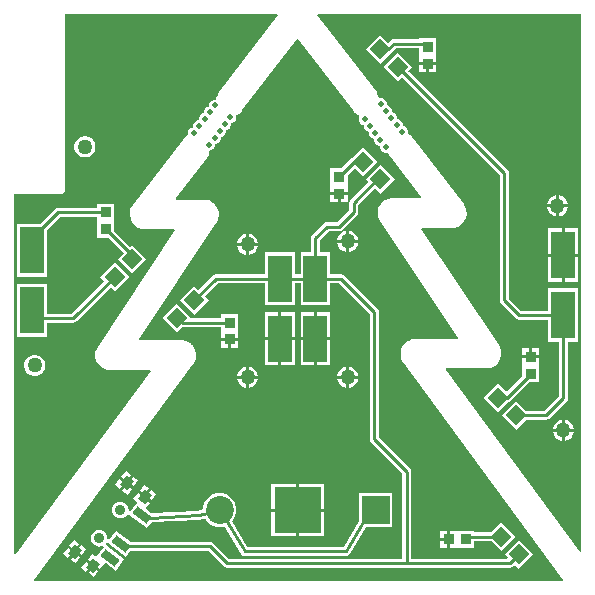
<source format=gtl>
G04*
G04 #@! TF.GenerationSoftware,Altium Limited,Altium Designer,23.1.1 (15)*
G04*
G04 Layer_Physical_Order=1*
G04 Layer_Color=255*
%FSLAX23Y23*%
%MOIN*%
G70*
G04*
G04 #@! TF.SameCoordinates,7DB063E5-64DA-4751-B351-23BD0CB7D004*
G04*
G04*
G04 #@! TF.FilePolarity,Positive*
G04*
G01*
G75*
%ADD11C,0.000*%
%ADD13R,0.156X0.156*%
G04:AMPARAMS|DCode=14|XSize=28mil|YSize=59mil|CornerRadius=0mil|HoleSize=0mil|Usage=FLASHONLY|Rotation=233.000|XOffset=0mil|YOffset=0mil|HoleType=Round|Shape=Rectangle|*
%AMROTATEDRECTD14*
4,1,4,-0.015,0.029,0.032,-0.007,0.015,-0.029,-0.032,0.007,-0.015,0.029,0.0*
%
%ADD14ROTATEDRECTD14*%

G04:AMPARAMS|DCode=15|XSize=39mil|YSize=31mil|CornerRadius=0mil|HoleSize=0mil|Usage=FLASHONLY|Rotation=233.000|XOffset=0mil|YOffset=0mil|HoleType=Round|Shape=Rectangle|*
%AMROTATEDRECTD15*
4,1,4,-0.001,0.025,0.024,0.006,0.001,-0.025,-0.024,-0.006,-0.001,0.025,0.0*
%
%ADD15ROTATEDRECTD15*%

%ADD16R,0.038X0.037*%
%ADD17R,0.079X0.157*%
%ADD18P,0.067X4X360.0*%
%ADD19P,0.067X4X90.0*%
%ADD20R,0.037X0.038*%
%ADD25C,0.035*%
%ADD28C,0.010*%
%ADD29C,0.093*%
%ADD30R,0.093X0.093*%
%ADD31C,0.020*%
%ADD32C,0.050*%
G36*
X1890Y99D02*
X1885Y97D01*
X1438Y703D01*
X1441Y708D01*
X1579D01*
X1580Y708D01*
X1582Y708D01*
X1592Y711D01*
X1593Y711D01*
X1594Y712D01*
X1604Y717D01*
X1605Y718D01*
X1606Y719D01*
X1613Y727D01*
X1614Y728D01*
X1615Y729D01*
X1620Y738D01*
X1620Y740D01*
X1621Y741D01*
X1623Y751D01*
X1623Y753D01*
X1623Y754D01*
X1623Y765D01*
X1623Y766D01*
X1622Y768D01*
X1619Y778D01*
X1618Y779D01*
X1618Y780D01*
X1615Y785D01*
X1357Y1172D01*
X1359Y1176D01*
X1464D01*
X1465Y1176D01*
X1466Y1176D01*
X1477Y1179D01*
X1478Y1180D01*
X1480Y1181D01*
X1489Y1186D01*
X1490Y1187D01*
X1491Y1188D01*
X1499Y1196D01*
X1499Y1197D01*
X1500Y1199D01*
X1505Y1208D01*
X1505Y1210D01*
X1506Y1211D01*
X1508Y1222D01*
X1508Y1223D01*
X1508Y1225D01*
X1507Y1236D01*
X1507Y1237D01*
X1506Y1238D01*
X1502Y1249D01*
X1502Y1250D01*
X1501Y1251D01*
X1498Y1256D01*
X1498Y1256D01*
X1331Y1475D01*
X1331Y1475D01*
X1327Y1480D01*
X1326Y1481D01*
X1325Y1482D01*
X1314Y1489D01*
X1313Y1490D01*
X1314Y1491D01*
Y1499D01*
X1311Y1506D01*
X1305Y1512D01*
X1298Y1515D01*
X1296D01*
X1296Y1515D01*
Y1523D01*
X1293Y1530D01*
X1287Y1536D01*
X1280Y1539D01*
X1277D01*
Y1546D01*
X1274Y1553D01*
X1268Y1559D01*
X1261Y1562D01*
X1260D01*
Y1569D01*
X1257Y1576D01*
X1251Y1582D01*
X1244Y1585D01*
X1243D01*
Y1592D01*
X1240Y1599D01*
X1234Y1605D01*
X1227Y1608D01*
X1219D01*
X1216Y1612D01*
X1214Y1617D01*
X1214Y1617D01*
X1214Y1618D01*
X1211Y1624D01*
X1210Y1624D01*
X1210Y1625D01*
X1208Y1628D01*
X1208Y1628D01*
X1011Y1885D01*
X1013Y1890D01*
X1053D01*
X1890Y1890D01*
Y99D01*
D02*
G37*
G36*
X879Y1885D02*
X682Y1628D01*
X679Y1624D01*
X678Y1622D01*
X678Y1621D01*
X674Y1612D01*
X673Y1610D01*
X673Y1609D01*
X672Y1604D01*
X665D01*
X658Y1601D01*
X652Y1596D01*
X649Y1589D01*
Y1581D01*
X648D01*
X641Y1578D01*
X635Y1573D01*
X632Y1566D01*
Y1558D01*
X631D01*
X624Y1555D01*
X618Y1550D01*
X615Y1543D01*
Y1535D01*
X612D01*
X605Y1532D01*
X599Y1527D01*
X596Y1520D01*
Y1512D01*
X596Y1511D01*
X594D01*
X587Y1508D01*
X581Y1503D01*
X578Y1496D01*
Y1488D01*
X579Y1485D01*
X579Y1485D01*
X569Y1478D01*
X568Y1477D01*
X567Y1476D01*
X563Y1471D01*
X563Y1471D01*
X396Y1252D01*
X393Y1247D01*
X392Y1246D01*
X391Y1245D01*
X387Y1235D01*
X387Y1233D01*
X387Y1232D01*
X386Y1221D01*
X386Y1219D01*
X386Y1218D01*
X388Y1207D01*
X388Y1206D01*
X389Y1205D01*
X394Y1195D01*
X394Y1194D01*
X395Y1192D01*
X403Y1184D01*
X404Y1183D01*
X405Y1182D01*
X414Y1177D01*
X415Y1176D01*
X417Y1175D01*
X427Y1172D01*
X429Y1172D01*
X430Y1172D01*
X534D01*
X537Y1168D01*
X279Y781D01*
X276Y776D01*
X275Y775D01*
X275Y774D01*
X271Y764D01*
X271Y762D01*
X271Y761D01*
X270Y750D01*
X271Y749D01*
X271Y747D01*
X273Y737D01*
X273Y736D01*
X274Y734D01*
X279Y725D01*
X280Y724D01*
X281Y723D01*
X288Y715D01*
X289Y714D01*
X290Y713D01*
X299Y708D01*
X301Y707D01*
X302Y707D01*
X312Y704D01*
X313Y704D01*
X315Y704D01*
X453D01*
X455Y699D01*
X5Y88D01*
X0Y89D01*
Y1289D01*
X157D01*
X161Y1290D01*
X165Y1292D01*
X167Y1295D01*
X168Y1299D01*
Y1890D01*
X877D01*
X879Y1885D01*
D02*
G37*
G36*
X1129Y1568D02*
X1133Y1563D01*
X1134Y1562D01*
X1135Y1560D01*
X1145Y1553D01*
X1147Y1553D01*
X1148Y1552D01*
X1149Y1552D01*
X1151Y1546D01*
X1149Y1542D01*
Y1534D01*
X1152Y1527D01*
X1158Y1521D01*
X1165Y1518D01*
X1167D01*
Y1511D01*
X1170Y1504D01*
X1176Y1498D01*
X1183Y1495D01*
X1184D01*
Y1488D01*
X1187Y1481D01*
X1193Y1475D01*
X1200Y1472D01*
X1201D01*
Y1465D01*
X1204Y1458D01*
X1210Y1452D01*
X1217Y1449D01*
X1220D01*
Y1443D01*
X1223Y1436D01*
X1229Y1430D01*
X1236Y1427D01*
X1244D01*
X1246Y1425D01*
X1249Y1419D01*
X1249Y1418D01*
X1250Y1418D01*
X1252Y1415D01*
X1355Y1280D01*
X1353Y1275D01*
X1257D01*
X1256Y1275D01*
X1255D01*
X1248Y1273D01*
X1247Y1273D01*
X1246Y1273D01*
X1239Y1270D01*
X1238Y1269D01*
X1237Y1269D01*
X1231Y1265D01*
X1230Y1264D01*
X1229Y1263D01*
X1223Y1258D01*
X1223Y1257D01*
X1222Y1256D01*
X1218Y1250D01*
X1218Y1249D01*
X1217Y1248D01*
X1214Y1241D01*
X1214Y1240D01*
X1213Y1239D01*
X1212Y1231D01*
Y1230D01*
X1212Y1229D01*
Y1223D01*
X1212Y1222D01*
X1212Y1221D01*
X1213Y1215D01*
X1213Y1215D01*
X1213Y1214D01*
X1215Y1208D01*
X1215Y1208D01*
X1215Y1207D01*
X1218Y1202D01*
X1218Y1201D01*
X1218Y1200D01*
X1220Y1198D01*
X1220Y1198D01*
X1478Y811D01*
X1476Y807D01*
X1333D01*
X1332Y806D01*
X1331D01*
X1324Y805D01*
X1323Y805D01*
X1322Y804D01*
X1315Y801D01*
X1314Y801D01*
X1313Y800D01*
X1306Y796D01*
X1306Y795D01*
X1305Y795D01*
X1299Y789D01*
X1299Y789D01*
X1298Y788D01*
X1294Y781D01*
X1293Y780D01*
X1293Y780D01*
X1290Y772D01*
X1290Y772D01*
X1289Y771D01*
X1288Y763D01*
Y762D01*
X1288Y761D01*
Y754D01*
X1288Y753D01*
X1288Y752D01*
X1289Y746D01*
X1289Y745D01*
X1289Y745D01*
X1291Y739D01*
X1291Y738D01*
X1292Y737D01*
X1294Y732D01*
X1295Y731D01*
X1295Y730D01*
X1297Y728D01*
X1830Y4D01*
X1828Y0D01*
X69D01*
X67Y4D01*
X597Y724D01*
X598Y726D01*
X599Y727D01*
X599Y728D01*
X602Y733D01*
X602Y734D01*
X603Y735D01*
X605Y741D01*
X605Y741D01*
X605Y742D01*
X606Y748D01*
X606Y749D01*
X606Y750D01*
Y757D01*
X606Y758D01*
Y759D01*
X604Y767D01*
X604Y768D01*
X604Y769D01*
X601Y776D01*
X600Y777D01*
X600Y777D01*
X596Y784D01*
X595Y785D01*
X594Y785D01*
X589Y791D01*
X588Y792D01*
X587Y792D01*
X581Y797D01*
X580Y797D01*
X579Y797D01*
X572Y800D01*
X571Y801D01*
X570Y801D01*
X562Y803D01*
X561D01*
X560Y803D01*
X418D01*
X416Y807D01*
X674Y1194D01*
X674Y1194D01*
X675Y1197D01*
X676Y1197D01*
X676Y1198D01*
X679Y1203D01*
X679Y1204D01*
X679Y1204D01*
X681Y1210D01*
X681Y1211D01*
X681Y1212D01*
X682Y1217D01*
X682Y1218D01*
X682Y1219D01*
Y1226D01*
X682Y1226D01*
Y1228D01*
X680Y1235D01*
X680Y1236D01*
X680Y1237D01*
X677Y1244D01*
X676Y1245D01*
X676Y1246D01*
X671Y1252D01*
X671Y1253D01*
X670Y1254D01*
X665Y1259D01*
X664Y1260D01*
X663Y1261D01*
X657Y1265D01*
X656Y1265D01*
X655Y1266D01*
X648Y1269D01*
X647Y1269D01*
X646Y1270D01*
X638Y1271D01*
X637D01*
X636Y1271D01*
X541D01*
X539Y1276D01*
X642Y1411D01*
X644Y1414D01*
X644Y1414D01*
X645Y1415D01*
X648Y1421D01*
X648Y1422D01*
X648Y1422D01*
X651Y1428D01*
X651Y1429D01*
X651Y1430D01*
X652Y1435D01*
X654D01*
X662Y1438D01*
X667Y1443D01*
X670Y1450D01*
Y1457D01*
X673D01*
X681Y1460D01*
X686Y1465D01*
X689Y1472D01*
Y1480D01*
X690D01*
X698Y1483D01*
X703Y1488D01*
X706Y1495D01*
Y1503D01*
X707D01*
X715Y1506D01*
X720Y1511D01*
X723Y1518D01*
Y1526D01*
X725D01*
X733Y1529D01*
X738Y1534D01*
X741Y1541D01*
Y1549D01*
X740Y1552D01*
X745Y1554D01*
X746Y1555D01*
X748Y1555D01*
X756Y1562D01*
X757Y1563D01*
X758Y1563D01*
X761Y1568D01*
X761Y1568D01*
X942Y1805D01*
X947D01*
X1129Y1568D01*
D02*
G37*
%LPC*%
G36*
X1220Y1819D02*
X1173Y1772D01*
X1220Y1724D01*
X1256Y1760D01*
X1258Y1761D01*
X1273Y1776D01*
X1349D01*
Y1752D01*
Y1729D01*
X1378D01*
X1407D01*
Y1752D01*
Y1809D01*
X1349D01*
Y1806D01*
X1266D01*
X1260Y1805D01*
X1255Y1802D01*
X1247Y1793D01*
X1220Y1819D01*
D02*
G37*
G36*
X1407Y1719D02*
X1383D01*
Y1695D01*
X1407D01*
Y1719D01*
D02*
G37*
G36*
X1373D02*
X1349D01*
Y1695D01*
X1373D01*
Y1719D01*
D02*
G37*
G36*
X1816Y1285D02*
Y1255D01*
X1846D01*
X1844Y1264D01*
X1839Y1271D01*
X1833Y1278D01*
X1825Y1283D01*
X1816Y1285D01*
D02*
G37*
G36*
X1806D02*
X1798Y1283D01*
X1790Y1278D01*
X1783Y1271D01*
X1778Y1264D01*
X1776Y1255D01*
X1806D01*
Y1285D01*
D02*
G37*
G36*
X1846Y1245D02*
X1816D01*
Y1215D01*
X1825Y1217D01*
X1833Y1222D01*
X1839Y1229D01*
X1844Y1236D01*
X1846Y1245D01*
D02*
G37*
G36*
X1806D02*
X1776D01*
X1778Y1236D01*
X1783Y1229D01*
X1790Y1222D01*
X1798Y1217D01*
X1806Y1215D01*
Y1245D01*
D02*
G37*
G36*
X1880Y1175D02*
X1836D01*
Y1091D01*
X1880D01*
Y1175D01*
D02*
G37*
G36*
X1826D02*
X1781D01*
Y1091D01*
X1826D01*
Y1175D01*
D02*
G37*
G36*
X1880Y1081D02*
X1836D01*
Y997D01*
X1880D01*
Y1081D01*
D02*
G37*
G36*
X1826D02*
X1781D01*
Y997D01*
X1826D01*
Y1081D01*
D02*
G37*
G36*
X1751Y775D02*
X1727D01*
Y752D01*
X1751D01*
Y775D01*
D02*
G37*
G36*
X1717D02*
X1694D01*
Y752D01*
X1717D01*
Y775D01*
D02*
G37*
G36*
X1751Y742D02*
X1722D01*
X1694D01*
Y718D01*
Y684D01*
X1641Y631D01*
X1614Y658D01*
X1567Y610D01*
X1614Y563D01*
X1648Y596D01*
X1648Y596D01*
X1653Y599D01*
X1715Y662D01*
X1751D01*
Y718D01*
Y742D01*
D02*
G37*
G36*
X1279Y1761D02*
X1231Y1713D01*
X1279Y1666D01*
X1292Y1679D01*
X1619Y1352D01*
Y935D01*
X1620Y929D01*
X1623Y924D01*
X1672Y875D01*
X1677Y872D01*
X1683Y871D01*
X1781D01*
Y797D01*
X1815D01*
Y617D01*
X1766Y567D01*
X1705D01*
X1673Y599D01*
X1625Y552D01*
X1673Y504D01*
X1705Y536D01*
X1772D01*
X1778Y538D01*
X1783Y541D01*
X1842Y599D01*
X1845Y604D01*
X1846Y610D01*
Y797D01*
X1880D01*
Y975D01*
X1781D01*
Y901D01*
X1689D01*
X1649Y941D01*
Y1358D01*
X1648Y1364D01*
X1645Y1369D01*
X1314Y1700D01*
X1326Y1713D01*
X1279Y1761D01*
D02*
G37*
G36*
X1836Y537D02*
Y507D01*
X1866D01*
X1863Y515D01*
X1859Y523D01*
X1852Y530D01*
X1844Y535D01*
X1836Y537D01*
D02*
G37*
G36*
X1826D02*
X1817Y535D01*
X1809Y530D01*
X1803Y523D01*
X1798Y515D01*
X1796Y507D01*
X1826D01*
Y537D01*
D02*
G37*
G36*
X1866Y497D02*
X1836D01*
Y467D01*
X1844Y469D01*
X1852Y474D01*
X1859Y480D01*
X1863Y488D01*
X1866Y497D01*
D02*
G37*
G36*
X1826D02*
X1796D01*
X1798Y488D01*
X1803Y480D01*
X1809Y474D01*
X1817Y469D01*
X1826Y467D01*
Y497D01*
D02*
G37*
G36*
X241Y1482D02*
X232D01*
X223Y1479D01*
X215Y1475D01*
X208Y1468D01*
X204Y1460D01*
X201Y1451D01*
Y1442D01*
X204Y1433D01*
X208Y1425D01*
X215Y1419D01*
X223Y1414D01*
X232Y1412D01*
X241D01*
X250Y1414D01*
X258Y1419D01*
X264Y1425D01*
X269Y1433D01*
X271Y1442D01*
Y1451D01*
X269Y1460D01*
X264Y1468D01*
X258Y1475D01*
X250Y1479D01*
X241Y1482D01*
D02*
G37*
G36*
X334Y1257D02*
X276D01*
Y1244D01*
X146D01*
X140Y1243D01*
X135Y1240D01*
X87Y1191D01*
X10D01*
Y1014D01*
X108D01*
Y1169D01*
X153Y1214D01*
X276D01*
Y1201D01*
Y1144D01*
X312D01*
X365Y1092D01*
X346Y1073D01*
X393Y1025D01*
X441Y1073D01*
X393Y1120D01*
X387Y1113D01*
X334Y1166D01*
Y1201D01*
Y1257D01*
D02*
G37*
G36*
X335Y1062D02*
X287Y1014D01*
X300Y1001D01*
X191Y891D01*
X108D01*
Y991D01*
X10D01*
Y814D01*
X108D01*
Y861D01*
X197D01*
X203Y862D01*
X208Y865D01*
X322Y979D01*
X335Y967D01*
X382Y1014D01*
X335Y1062D01*
D02*
G37*
G36*
X74Y754D02*
X64D01*
X55Y751D01*
X47Y747D01*
X41Y740D01*
X36Y732D01*
X34Y723D01*
Y714D01*
X36Y705D01*
X41Y697D01*
X47Y690D01*
X55Y686D01*
X64Y684D01*
X74D01*
X82Y686D01*
X90Y690D01*
X97Y697D01*
X102Y705D01*
X104Y714D01*
Y723D01*
X102Y732D01*
X97Y740D01*
X90Y747D01*
X82Y751D01*
X74Y754D01*
D02*
G37*
G36*
X1162Y1445D02*
X1129Y1411D01*
X1127Y1411D01*
X1122Y1408D01*
X1090Y1375D01*
X1054D01*
Y1319D01*
Y1296D01*
X1083D01*
X1112D01*
Y1319D01*
Y1354D01*
X1135Y1377D01*
X1162Y1349D01*
X1210Y1397D01*
X1162Y1445D01*
D02*
G37*
G36*
X1220Y1386D02*
X1173Y1339D01*
X1181Y1331D01*
X1121Y1271D01*
X1118Y1266D01*
X1117Y1260D01*
Y1237D01*
X1076Y1196D01*
X1043D01*
X1037Y1195D01*
X1032Y1192D01*
X993Y1153D01*
X990Y1148D01*
X989Y1142D01*
Y1096D01*
X955D01*
Y1022D01*
X935D01*
Y1096D01*
X836D01*
Y1022D01*
X672D01*
X667Y1021D01*
X662Y1018D01*
X613Y969D01*
X600Y982D01*
X553Y935D01*
X600Y887D01*
X648Y935D01*
X635Y948D01*
X679Y992D01*
X836D01*
Y918D01*
X935D01*
Y992D01*
X955D01*
Y918D01*
X1053D01*
Y992D01*
X1083D01*
X1185Y889D01*
Y472D01*
X1187Y467D01*
X1190Y462D01*
X1294Y358D01*
Y74D01*
X715D01*
X664Y125D01*
X659Y129D01*
X653Y130D01*
X388D01*
X339Y167D01*
X315Y136D01*
X311Y138D01*
X311Y142D01*
X310Y149D01*
X307Y156D01*
X303Y162D01*
X297Y166D01*
X290Y169D01*
X283Y170D01*
X276Y169D01*
X269Y166D01*
X263Y161D01*
X259Y156D01*
X256Y149D01*
X255Y142D01*
X256Y134D01*
X259Y128D01*
X264Y122D01*
X269Y118D01*
X276Y115D01*
X283Y114D01*
X291Y115D01*
X295Y117D01*
X298Y113D01*
X277Y84D01*
X275Y82D01*
X270Y83D01*
X260Y91D01*
X245Y71D01*
X266Y55D01*
X286Y40D01*
X299Y57D01*
X306Y58D01*
X338Y34D01*
X366Y72D01*
X306Y118D01*
X304Y121D01*
X305Y124D01*
X306Y126D01*
X312Y127D01*
X313Y127D01*
X373Y81D01*
X387Y99D01*
X647D01*
X698Y48D01*
X703Y45D01*
X709Y44D01*
X1653D01*
X1659Y45D01*
X1664Y48D01*
X1670Y54D01*
X1683Y41D01*
X1730Y89D01*
X1683Y136D01*
X1635Y89D01*
X1645Y79D01*
X1643Y74D01*
X1324D01*
Y364D01*
X1323Y370D01*
X1320Y375D01*
X1216Y479D01*
Y896D01*
X1215Y902D01*
X1212Y906D01*
X1100Y1018D01*
X1095Y1021D01*
X1089Y1022D01*
X1053D01*
Y1096D01*
X1019D01*
Y1135D01*
X1050Y1166D01*
X1083D01*
X1089Y1167D01*
X1093Y1170D01*
X1143Y1220D01*
X1146Y1224D01*
X1147Y1230D01*
Y1254D01*
X1203Y1309D01*
X1220Y1291D01*
X1268Y1339D01*
X1220Y1386D01*
D02*
G37*
G36*
X1112Y1286D02*
X1088D01*
Y1262D01*
X1112D01*
Y1286D01*
D02*
G37*
G36*
X1078D02*
X1054D01*
Y1262D01*
X1078D01*
Y1286D01*
D02*
G37*
G36*
X1117Y1167D02*
Y1137D01*
X1147D01*
X1145Y1145D01*
X1140Y1153D01*
X1134Y1160D01*
X1126Y1165D01*
X1117Y1167D01*
D02*
G37*
G36*
X1107D02*
X1099Y1165D01*
X1091Y1160D01*
X1084Y1153D01*
X1080Y1145D01*
X1077Y1137D01*
X1107D01*
Y1167D01*
D02*
G37*
G36*
X783Y1157D02*
Y1127D01*
X812D01*
X810Y1136D01*
X806Y1144D01*
X799Y1150D01*
X791Y1155D01*
X783Y1157D01*
D02*
G37*
G36*
X773D02*
X764Y1155D01*
X756Y1150D01*
X750Y1144D01*
X745Y1136D01*
X743Y1127D01*
X773D01*
Y1157D01*
D02*
G37*
G36*
X1147Y1127D02*
X1117D01*
Y1097D01*
X1126Y1099D01*
X1134Y1104D01*
X1140Y1110D01*
X1145Y1118D01*
X1147Y1127D01*
D02*
G37*
G36*
X1107D02*
X1077D01*
X1080Y1118D01*
X1084Y1110D01*
X1091Y1104D01*
X1099Y1099D01*
X1107Y1097D01*
Y1127D01*
D02*
G37*
G36*
X812Y1117D02*
X783D01*
Y1087D01*
X791Y1089D01*
X799Y1094D01*
X806Y1101D01*
X810Y1109D01*
X812Y1117D01*
D02*
G37*
G36*
X773D02*
X743D01*
X745Y1109D01*
X750Y1101D01*
X756Y1094D01*
X764Y1089D01*
X773Y1087D01*
Y1117D01*
D02*
G37*
G36*
X935Y896D02*
X891D01*
Y812D01*
X935D01*
Y896D01*
D02*
G37*
G36*
X881D02*
X836D01*
Y812D01*
X881D01*
Y896D01*
D02*
G37*
G36*
X1053D02*
X1009D01*
Y812D01*
X1053D01*
Y896D01*
D02*
G37*
G36*
X999D02*
X955D01*
Y812D01*
X999D01*
Y896D01*
D02*
G37*
G36*
X542Y924D02*
X494Y876D01*
X542Y829D01*
X559Y846D01*
X560Y846D01*
X561Y846D01*
X563Y846D01*
X689D01*
Y833D01*
Y810D01*
X718D01*
X747D01*
Y833D01*
Y890D01*
X689D01*
Y876D01*
X589D01*
X542Y924D01*
D02*
G37*
G36*
X747Y800D02*
X723D01*
Y776D01*
X747D01*
Y800D01*
D02*
G37*
G36*
X713D02*
X689D01*
Y776D01*
X713D01*
Y800D01*
D02*
G37*
G36*
X1053Y802D02*
X1009D01*
Y718D01*
X1053D01*
Y802D01*
D02*
G37*
G36*
X999D02*
X955D01*
Y718D01*
X999D01*
Y802D01*
D02*
G37*
G36*
X935Y802D02*
X891D01*
Y718D01*
X935D01*
Y802D01*
D02*
G37*
G36*
X881D02*
X836D01*
Y718D01*
X881D01*
Y802D01*
D02*
G37*
G36*
X1117Y714D02*
Y684D01*
X1147D01*
X1145Y693D01*
X1140Y701D01*
X1134Y707D01*
X1126Y712D01*
X1117Y714D01*
D02*
G37*
G36*
X1107D02*
X1099Y712D01*
X1091Y707D01*
X1084Y701D01*
X1080Y693D01*
X1077Y684D01*
X1107D01*
Y714D01*
D02*
G37*
G36*
X783D02*
Y684D01*
X812D01*
X810Y693D01*
X806Y701D01*
X799Y707D01*
X791Y712D01*
X783Y714D01*
D02*
G37*
G36*
X773D02*
X764Y712D01*
X756Y707D01*
X750Y701D01*
X745Y693D01*
X743Y684D01*
X773D01*
Y714D01*
D02*
G37*
G36*
X1147Y674D02*
X1117D01*
Y644D01*
X1126Y647D01*
X1134Y651D01*
X1140Y658D01*
X1145Y666D01*
X1147Y674D01*
D02*
G37*
G36*
X1107D02*
X1077D01*
X1080Y666D01*
X1084Y658D01*
X1091Y651D01*
X1099Y647D01*
X1107Y644D01*
Y674D01*
D02*
G37*
G36*
X812D02*
X783D01*
Y644D01*
X791Y647D01*
X799Y651D01*
X806Y658D01*
X810Y666D01*
X812Y674D01*
D02*
G37*
G36*
X773D02*
X743D01*
X745Y666D01*
X750Y658D01*
X756Y651D01*
X764Y647D01*
X773Y644D01*
Y674D01*
D02*
G37*
G36*
X372Y366D02*
X357Y346D01*
X374Y334D01*
X389Y353D01*
X372Y366D01*
D02*
G37*
G36*
X397Y347D02*
X382Y328D01*
X399Y315D01*
X413Y335D01*
X397Y347D01*
D02*
G37*
G36*
X351Y338D02*
X337Y318D01*
X353Y306D01*
X368Y326D01*
X351Y338D01*
D02*
G37*
G36*
X433Y320D02*
X418Y300D01*
X435Y288D01*
X449Y308D01*
X433Y320D01*
D02*
G37*
G36*
X376Y320D02*
X361Y300D01*
X378Y287D01*
X392Y307D01*
X376Y320D01*
D02*
G37*
G36*
X457Y302D02*
X443Y282D01*
X459Y269D01*
X474Y289D01*
X457Y302D01*
D02*
G37*
G36*
X1033Y324D02*
X950D01*
Y241D01*
X1033D01*
Y324D01*
D02*
G37*
G36*
X940D02*
X857D01*
Y241D01*
X940D01*
Y324D01*
D02*
G37*
G36*
X1624Y195D02*
X1592Y163D01*
X1533D01*
Y167D01*
X1453D01*
Y138D01*
Y109D01*
X1533D01*
Y132D01*
X1592D01*
X1624Y100D01*
X1672Y147D01*
X1624Y195D01*
D02*
G37*
G36*
X1033Y231D02*
X950D01*
Y148D01*
X1033D01*
Y231D01*
D02*
G37*
G36*
X940D02*
X857D01*
Y148D01*
X940D01*
Y231D01*
D02*
G37*
G36*
X1443Y167D02*
X1420D01*
Y143D01*
X1443D01*
Y167D01*
D02*
G37*
G36*
X1261Y292D02*
X1149D01*
Y200D01*
X1098Y114D01*
X776D01*
X726Y198D01*
X730Y202D01*
X737Y215D01*
X741Y229D01*
Y244D01*
X737Y258D01*
X730Y271D01*
X719Y281D01*
X707Y289D01*
X692Y292D01*
X677D01*
X663Y289D01*
X650Y281D01*
X640Y271D01*
X632Y258D01*
X629Y244D01*
Y238D01*
X613Y234D01*
X456Y226D01*
X441Y238D01*
X438Y242D01*
X440Y244D01*
X453Y261D01*
X433Y277D01*
X412Y292D01*
X397Y273D01*
X407Y265D01*
X408Y258D01*
X387Y230D01*
X382Y232D01*
X382Y236D01*
X381Y244D01*
X378Y250D01*
X374Y256D01*
X368Y261D01*
X361Y263D01*
X354Y264D01*
X347Y263D01*
X340Y260D01*
X334Y256D01*
X330Y250D01*
X327Y243D01*
X326Y236D01*
X327Y229D01*
X330Y222D01*
X335Y216D01*
X341Y212D01*
X347Y209D01*
X355Y208D01*
X362Y209D01*
X369Y212D01*
X374Y217D01*
X377Y221D01*
X383Y222D01*
X384Y221D01*
X444Y176D01*
X460Y196D01*
X616Y204D01*
X617Y204D01*
X619Y204D01*
X636Y208D01*
X640Y202D01*
X650Y191D01*
X663Y184D01*
X677Y180D01*
X692D01*
X700Y182D01*
X755Y91D01*
X756Y89D01*
X757Y88D01*
X758Y87D01*
X759Y86D01*
X760Y85D01*
X762Y84D01*
X763Y84D01*
X764Y84D01*
X766Y83D01*
X768Y83D01*
X1106D01*
X1108Y84D01*
X1110Y84D01*
X1111Y84D01*
X1112Y84D01*
X1114Y85D01*
X1115Y86D01*
X1116Y87D01*
X1117Y88D01*
X1118Y89D01*
X1119Y91D01*
X1173Y180D01*
X1261D01*
Y292D01*
D02*
G37*
G36*
X1443Y133D02*
X1420D01*
Y109D01*
X1443D01*
Y133D01*
D02*
G37*
G36*
X199Y136D02*
X184Y117D01*
X201Y104D01*
X216Y124D01*
X199Y136D01*
D02*
G37*
G36*
X224Y118D02*
X209Y98D01*
X226Y86D01*
X240Y105D01*
X224Y118D01*
D02*
G37*
G36*
X178Y109D02*
X164Y89D01*
X180Y76D01*
X195Y96D01*
X178Y109D01*
D02*
G37*
G36*
X203Y90D02*
X188Y70D01*
X205Y58D01*
X220Y78D01*
X203Y90D01*
D02*
G37*
G36*
X239Y63D02*
X224Y43D01*
X241Y31D01*
X256Y50D01*
X239Y63D01*
D02*
G37*
G36*
X264Y44D02*
X249Y25D01*
X265Y12D01*
X280Y32D01*
X264Y44D01*
D02*
G37*
%LPD*%
D11*
X555Y863D02*
X558Y859D01*
X558Y859D01*
X1683Y89D02*
X1683D01*
X1505Y138D02*
X1514Y147D01*
X393Y1073D02*
Y1085D01*
D13*
X945Y236D02*
D03*
D14*
X356Y124D02*
D03*
X321Y77D02*
D03*
X427Y218D02*
D03*
D15*
X436Y281D02*
D03*
X263Y51D02*
D03*
X375Y327D02*
D03*
X202Y97D02*
D03*
D16*
X1722Y747D02*
D03*
Y690D02*
D03*
X1083Y1347D02*
D03*
Y1291D02*
D03*
X718Y861D02*
D03*
Y805D02*
D03*
X305Y1173D02*
D03*
Y1229D02*
D03*
X1378Y1780D02*
D03*
Y1724D02*
D03*
D17*
X1004Y807D02*
D03*
Y1007D02*
D03*
X886Y807D02*
D03*
Y1007D02*
D03*
X1831Y1086D02*
D03*
Y886D02*
D03*
X59Y902D02*
D03*
Y1102D02*
D03*
D18*
X1279Y1713D02*
D03*
X1220Y1772D02*
D03*
Y1339D02*
D03*
X1162Y1397D02*
D03*
X1683Y89D02*
D03*
X1624Y147D02*
D03*
X1673Y552D02*
D03*
X1614Y610D02*
D03*
D19*
X600Y935D02*
D03*
X542Y876D02*
D03*
X335Y1014D02*
D03*
X393Y1073D02*
D03*
D20*
X1505Y138D02*
D03*
X1448D02*
D03*
D25*
X354Y236D02*
D03*
X283Y142D02*
D03*
D28*
X768Y98D02*
X1106D01*
X1164Y195D02*
X1205Y236D01*
X1106Y98D02*
X1164Y195D01*
X685Y236D02*
X768Y98D01*
X427Y218D02*
X452Y211D01*
X615Y219D01*
X685Y236D01*
X1211Y1339D02*
X1220D01*
X1132Y1260D02*
X1211Y1339D01*
X1132Y1230D02*
Y1260D01*
X1083Y1181D02*
X1132Y1230D01*
X1043Y1181D02*
X1083D01*
X1004Y1142D02*
X1043Y1181D01*
X1004Y1007D02*
Y1142D01*
X1133Y1397D02*
X1162D01*
X1083Y1347D02*
X1133Y1397D01*
X1083Y1347D02*
X1083D01*
X557Y865D02*
X560Y861D01*
X563Y861D02*
X718D01*
X547Y876D02*
X563Y861D01*
X542Y876D02*
X547D01*
X600Y935D02*
X672Y1007D01*
X886D01*
X600Y935D02*
X600D01*
X886Y1007D02*
X1004D01*
X1089D01*
X1201Y896D01*
Y472D02*
Y896D01*
Y472D02*
X1309Y364D01*
Y59D02*
Y364D01*
X1514Y147D02*
X1624D01*
X1309Y59D02*
X1653D01*
X709D02*
X1309D01*
X1653D02*
X1683Y89D01*
X1683D01*
X366Y115D02*
X653D01*
X709Y59D01*
X356Y124D02*
X366Y115D01*
X1627Y610D02*
X1642D01*
X1722Y690D01*
X1722D01*
X1673Y552D02*
X1772D01*
X1831Y610D02*
Y886D01*
X1772Y552D02*
X1831Y610D01*
X1683Y886D02*
X1831D01*
X1634Y935D02*
X1683Y886D01*
X1634Y935D02*
Y1358D01*
X1279Y1713D02*
Y1713D01*
Y1713D02*
X1634Y1358D01*
X1247Y1772D02*
X1266Y1791D01*
X1367D01*
X1220Y1772D02*
X1247D01*
X1367Y1791D02*
X1378Y1780D01*
X59Y902D02*
X85Y876D01*
X197D01*
X335Y1014D01*
X306Y1173D02*
X393Y1085D01*
X305Y1173D02*
X306D01*
X146Y1229D02*
X305D01*
X59Y1142D02*
X146Y1229D01*
X59Y1102D02*
Y1142D01*
D29*
X685Y236D02*
D03*
D30*
X1205D02*
D03*
D31*
X1294Y1495D02*
D03*
X1276Y1519D02*
D03*
X1257Y1542D02*
D03*
X1240Y1565D02*
D03*
X1223Y1588D02*
D03*
X721Y1545D02*
D03*
X703Y1522D02*
D03*
X686Y1499D02*
D03*
X669Y1476D02*
D03*
X650Y1454D02*
D03*
X1169Y1538D02*
D03*
X1187Y1515D02*
D03*
X1204Y1492D02*
D03*
X1221Y1469D02*
D03*
X1240Y1447D02*
D03*
X598Y1492D02*
D03*
X616Y1516D02*
D03*
X635Y1539D02*
D03*
X652Y1562D02*
D03*
X669Y1585D02*
D03*
D32*
X1112Y679D02*
D03*
Y1132D02*
D03*
X778Y679D02*
D03*
Y1122D02*
D03*
X236Y1447D02*
D03*
X69Y719D02*
D03*
X1831Y502D02*
D03*
X1811Y1250D02*
D03*
M02*

</source>
